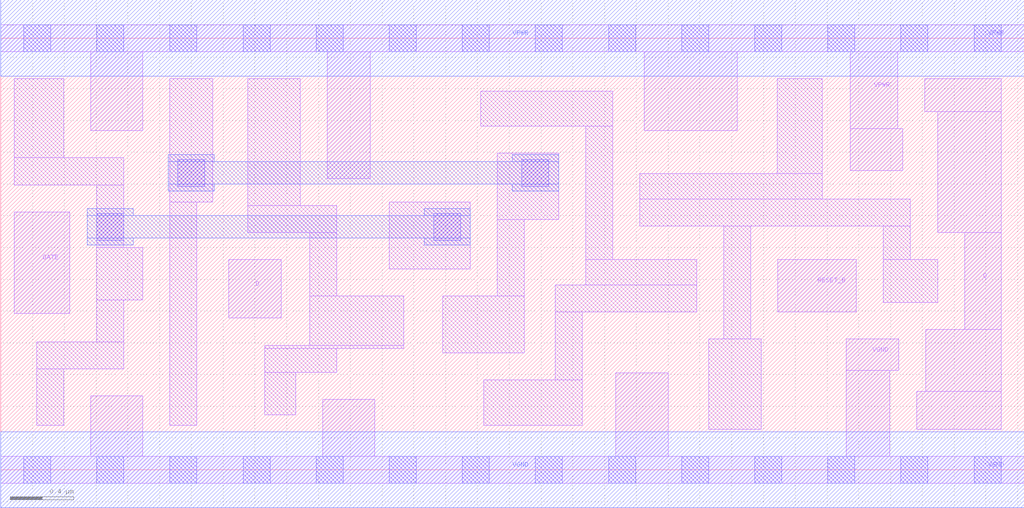
<source format=lef>
# Copyright 2020 The SkyWater PDK Authors
#
# Licensed under the Apache License, Version 2.0 (the "License");
# you may not use this file except in compliance with the License.
# You may obtain a copy of the License at
#
#     https://www.apache.org/licenses/LICENSE-2.0
#
# Unless required by applicable law or agreed to in writing, software
# distributed under the License is distributed on an "AS IS" BASIS,
# WITHOUT WARRANTIES OR CONDITIONS OF ANY KIND, either express or implied.
# See the License for the specific language governing permissions and
# limitations under the License.
#
# SPDX-License-Identifier: Apache-2.0

VERSION 5.7 ;
  NAMESCASESENSITIVE ON ;
  NOWIREEXTENSIONATPIN ON ;
  DIVIDERCHAR "/" ;
  BUSBITCHARS "[]" ;
UNITS
  DATABASE MICRONS 200 ;
END UNITS
PROPERTYDEFINITIONS
  MACRO maskLayoutSubType STRING ;
  MACRO prCellType STRING ;
  MACRO originalViewName STRING ;
END PROPERTYDEFINITIONS
MACRO sky130_fd_sc_hdll__dlrtp_1
  CLASS CORE ;
  FOREIGN sky130_fd_sc_hdll__dlrtp_1 ;
  ORIGIN  0.000000  0.000000 ;
  SIZE  6.440000 BY  2.720000 ;
  SYMMETRY X Y R90 ;
  SITE unithd ;
  PIN D
    ANTENNAGATEAREA  0.178200 ;
    DIRECTION INPUT ;
    USE SIGNAL ;
    PORT
      LAYER li1 ;
        RECT 1.435000 0.955000 1.765000 1.325000 ;
    END
  END D
  PIN GATE
    ANTENNAGATEAREA  0.178200 ;
    DIRECTION INPUT ;
    USE SIGNAL ;
    PORT
      LAYER li1 ;
        RECT 0.085000 0.985000 0.435000 1.625000 ;
    END
  END GATE
  PIN Q
    ANTENNADIFFAREA  0.439000 ;
    DIRECTION OUTPUT ;
    USE SIGNAL ;
    PORT
      LAYER li1 ;
        RECT 5.765000 0.255000 6.295000 0.495000 ;
        RECT 5.815000 2.255000 6.295000 2.465000 ;
        RECT 5.820000 0.495000 6.295000 0.885000 ;
        RECT 5.895000 1.495000 6.295000 2.255000 ;
        RECT 6.065000 0.885000 6.295000 1.495000 ;
    END
  END Q
  PIN RESET_B
    ANTENNAGATEAREA  0.277500 ;
    DIRECTION INPUT ;
    USE SIGNAL ;
    PORT
      LAYER li1 ;
        RECT 4.890000 0.995000 5.385000 1.325000 ;
    END
  END RESET_B
  PIN VGND
    DIRECTION INOUT ;
    USE GROUND ;
    PORT
      LAYER li1 ;
        RECT 0.000000 -0.085000 6.440000 0.085000 ;
        RECT 0.565000  0.085000 0.895000 0.465000 ;
        RECT 2.025000  0.085000 2.355000 0.445000 ;
        RECT 3.870000  0.085000 4.200000 0.610000 ;
        RECT 5.320000  0.085000 5.595000 0.625000 ;
        RECT 5.320000  0.625000 5.650000 0.825000 ;
      LAYER mcon ;
        RECT 0.145000 -0.085000 0.315000 0.085000 ;
        RECT 0.605000 -0.085000 0.775000 0.085000 ;
        RECT 1.065000 -0.085000 1.235000 0.085000 ;
        RECT 1.525000 -0.085000 1.695000 0.085000 ;
        RECT 1.985000 -0.085000 2.155000 0.085000 ;
        RECT 2.445000 -0.085000 2.615000 0.085000 ;
        RECT 2.905000 -0.085000 3.075000 0.085000 ;
        RECT 3.365000 -0.085000 3.535000 0.085000 ;
        RECT 3.825000 -0.085000 3.995000 0.085000 ;
        RECT 4.285000 -0.085000 4.455000 0.085000 ;
        RECT 4.745000 -0.085000 4.915000 0.085000 ;
        RECT 5.205000 -0.085000 5.375000 0.085000 ;
        RECT 5.665000 -0.085000 5.835000 0.085000 ;
        RECT 6.125000 -0.085000 6.295000 0.085000 ;
      LAYER met1 ;
        RECT 0.000000 -0.240000 6.440000 0.240000 ;
    END
  END VGND
  PIN VPWR
    DIRECTION INOUT ;
    USE POWER ;
    PORT
      LAYER li1 ;
        RECT 0.000000 2.635000 6.440000 2.805000 ;
        RECT 0.565000 2.135000 0.895000 2.635000 ;
        RECT 2.055000 1.835000 2.325000 2.635000 ;
        RECT 4.050000 2.135000 4.635000 2.635000 ;
        RECT 5.345000 1.885000 5.675000 2.150000 ;
        RECT 5.345000 2.150000 5.645000 2.635000 ;
      LAYER mcon ;
        RECT 0.145000 2.635000 0.315000 2.805000 ;
        RECT 0.605000 2.635000 0.775000 2.805000 ;
        RECT 1.065000 2.635000 1.235000 2.805000 ;
        RECT 1.525000 2.635000 1.695000 2.805000 ;
        RECT 1.985000 2.635000 2.155000 2.805000 ;
        RECT 2.445000 2.635000 2.615000 2.805000 ;
        RECT 2.905000 2.635000 3.075000 2.805000 ;
        RECT 3.365000 2.635000 3.535000 2.805000 ;
        RECT 3.825000 2.635000 3.995000 2.805000 ;
        RECT 4.285000 2.635000 4.455000 2.805000 ;
        RECT 4.745000 2.635000 4.915000 2.805000 ;
        RECT 5.205000 2.635000 5.375000 2.805000 ;
        RECT 5.665000 2.635000 5.835000 2.805000 ;
        RECT 6.125000 2.635000 6.295000 2.805000 ;
      LAYER met1 ;
        RECT 0.000000 2.480000 6.440000 2.960000 ;
    END
  END VPWR
  OBS
    LAYER li1 ;
      RECT 0.085000 1.795000 0.775000 1.965000 ;
      RECT 0.085000 1.965000 0.395000 2.465000 ;
      RECT 0.225000 0.280000 0.395000 0.635000 ;
      RECT 0.225000 0.635000 0.775000 0.805000 ;
      RECT 0.605000 0.805000 0.775000 1.070000 ;
      RECT 0.605000 1.070000 0.895000 1.400000 ;
      RECT 0.605000 1.400000 0.775000 1.795000 ;
      RECT 1.065000 0.280000 1.235000 1.685000 ;
      RECT 1.065000 1.685000 1.335000 2.465000 ;
      RECT 1.555000 1.495000 2.115000 1.665000 ;
      RECT 1.555000 1.665000 1.885000 2.465000 ;
      RECT 1.660000 0.345000 1.855000 0.615000 ;
      RECT 1.660000 0.615000 2.115000 0.765000 ;
      RECT 1.660000 0.765000 2.535000 0.785000 ;
      RECT 1.945000 0.785000 2.535000 1.095000 ;
      RECT 1.945000 1.095000 2.115000 1.495000 ;
      RECT 2.445000 1.265000 2.955000 1.685000 ;
      RECT 2.780000 0.735000 3.295000 1.095000 ;
      RECT 3.020000 2.165000 3.850000 2.385000 ;
      RECT 3.040000 0.280000 3.660000 0.565000 ;
      RECT 3.125000 1.095000 3.295000 1.575000 ;
      RECT 3.125000 1.575000 3.510000 1.995000 ;
      RECT 3.490000 0.565000 3.660000 0.995000 ;
      RECT 3.490000 0.995000 4.380000 1.165000 ;
      RECT 3.680000 1.165000 4.380000 1.325000 ;
      RECT 3.680000 1.325000 3.850000 2.165000 ;
      RECT 4.020000 1.535000 5.725000 1.705000 ;
      RECT 4.020000 1.705000 5.170000 1.865000 ;
      RECT 4.455000 0.255000 4.785000 0.825000 ;
      RECT 4.550000 0.825000 4.720000 1.535000 ;
      RECT 4.885000 1.865000 5.170000 2.465000 ;
      RECT 5.555000 1.055000 5.895000 1.325000 ;
      RECT 5.555000 1.325000 5.725000 1.535000 ;
    LAYER mcon ;
      RECT 0.605000 1.445000 0.775000 1.615000 ;
      RECT 1.115000 1.785000 1.285000 1.955000 ;
      RECT 2.725000 1.445000 2.895000 1.615000 ;
      RECT 3.280000 1.785000 3.450000 1.955000 ;
    LAYER met1 ;
      RECT 0.545000 1.415000 0.835000 1.460000 ;
      RECT 0.545000 1.460000 2.955000 1.600000 ;
      RECT 0.545000 1.600000 0.835000 1.645000 ;
      RECT 1.055000 1.755000 1.345000 1.800000 ;
      RECT 1.055000 1.800000 3.510000 1.940000 ;
      RECT 1.055000 1.940000 1.345000 1.985000 ;
      RECT 2.665000 1.415000 2.955000 1.460000 ;
      RECT 2.665000 1.600000 2.955000 1.645000 ;
      RECT 3.220000 1.755000 3.510000 1.800000 ;
      RECT 3.220000 1.940000 3.510000 1.985000 ;
  END
  PROPERTY maskLayoutSubType "abstract" ;
  PROPERTY prCellType "standard" ;
  PROPERTY originalViewName "layout" ;
END sky130_fd_sc_hdll__dlrtp_1

</source>
